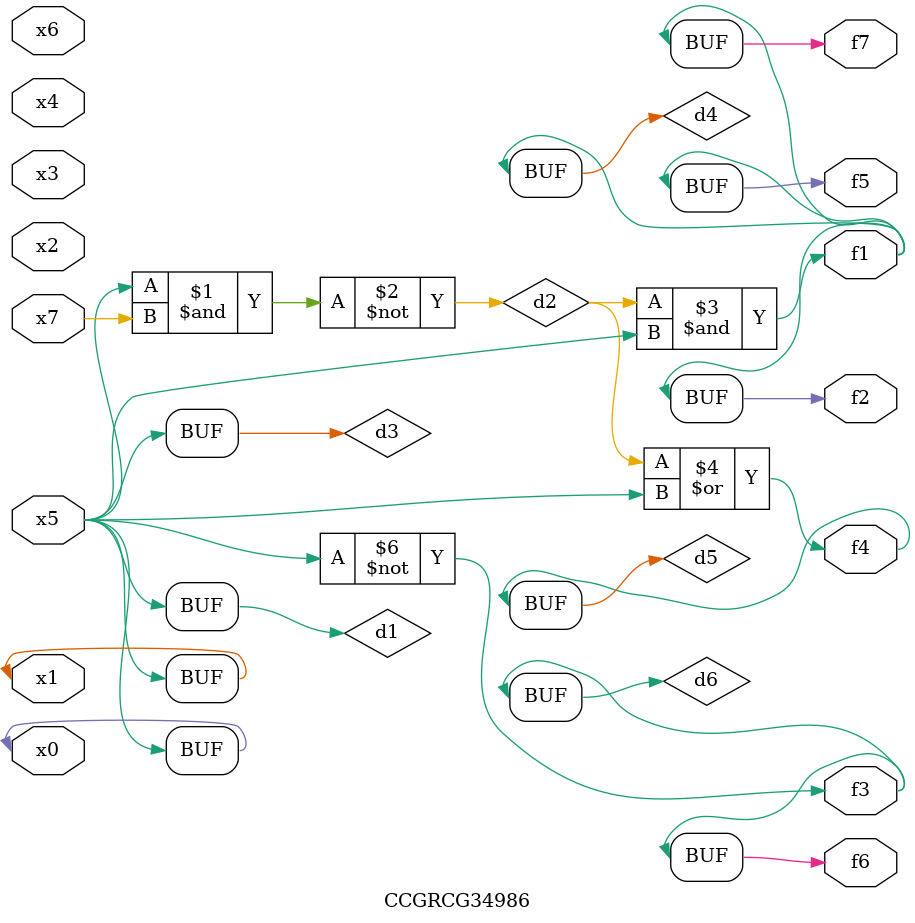
<source format=v>
module CCGRCG34986(
	input x0, x1, x2, x3, x4, x5, x6, x7,
	output f1, f2, f3, f4, f5, f6, f7
);

	wire d1, d2, d3, d4, d5, d6;

	buf (d1, x0, x5);
	nand (d2, x5, x7);
	buf (d3, x0, x1);
	and (d4, d2, d3);
	or (d5, d2, d3);
	nor (d6, d1, d3);
	assign f1 = d4;
	assign f2 = d4;
	assign f3 = d6;
	assign f4 = d5;
	assign f5 = d4;
	assign f6 = d6;
	assign f7 = d4;
endmodule

</source>
